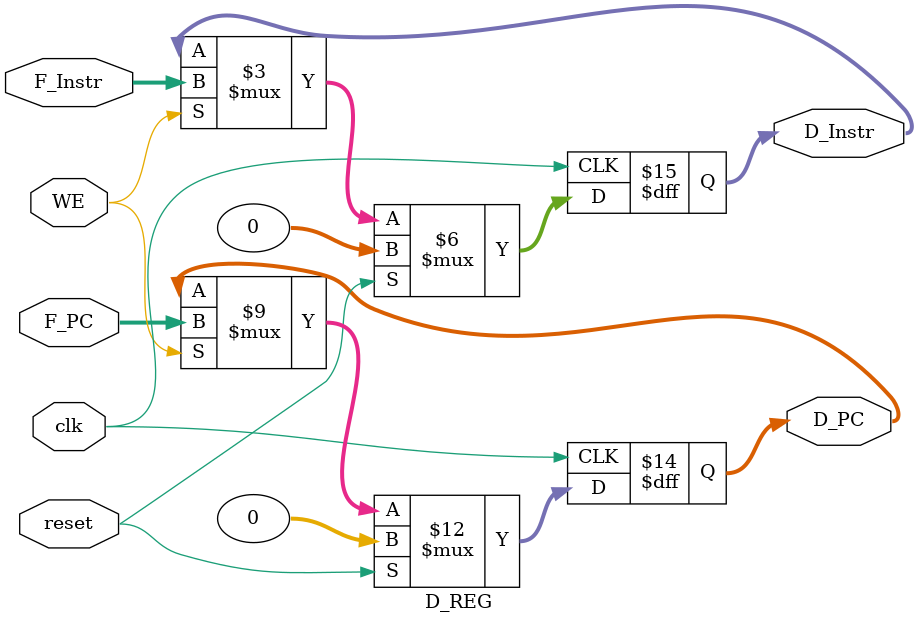
<source format=v>
`timescale 1ns / 1ps
`include "Define.v"
module D_REG(
	input clk,
	input reset,
	input WE,
	input [31:0] F_PC,
	input [31:0] F_Instr,
	output reg [31:0] D_PC,
	output reg [31:0] D_Instr
    );
	
	always@(posedge clk) begin
		if(reset) begin
			D_PC <= 32'h0000_0000;
			D_Instr <= 32'h0000_0000;
		end
		else if(WE) begin
			D_PC <= F_PC;
			D_Instr <= F_Instr;
		end
		else begin
			D_PC <= D_PC;
			D_Instr <= D_Instr;
		end
	end
	
endmodule

</source>
